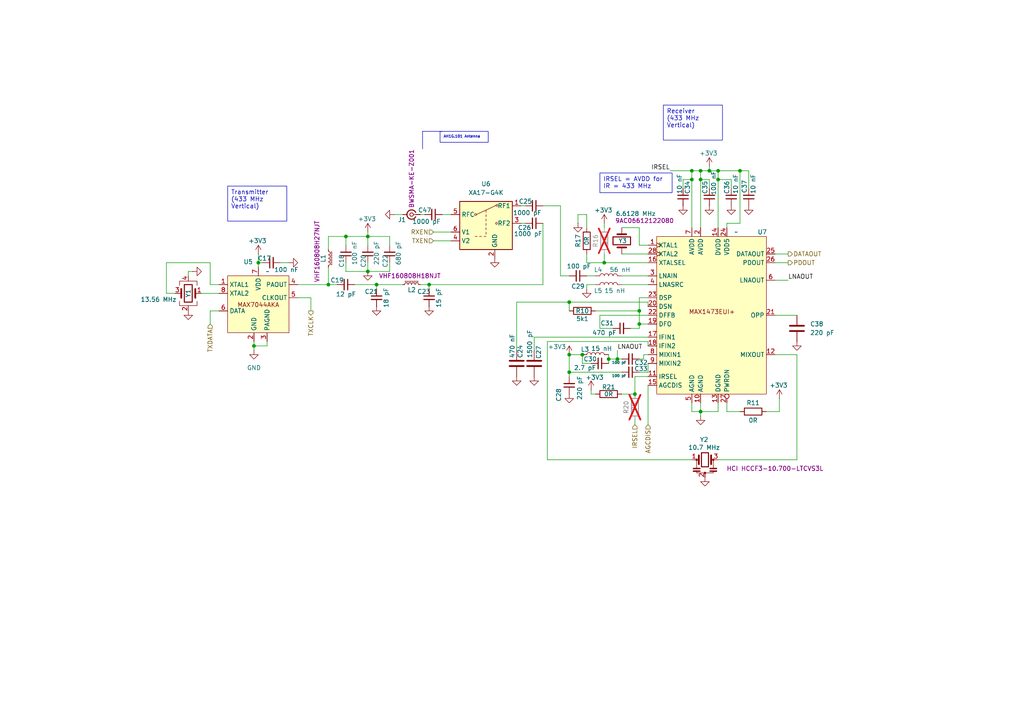
<source format=kicad_sch>
(kicad_sch (version 20250114) (generator "eeschema") (generator_version "9.0")
  (paper "A4")
  (lib_symbols
    (symbol "Connector:Conn_Coaxial_Small" (pin_numbers (hide yes)) (pin_names (offset 1.016) (hide yes))
      (property "Reference" "J" (at 0.254 3.048 0))
      (property "Value" "Conn_Coaxial_Small" (at 0 -3.81 0))
      (symbol "Conn_Coaxial_Small_0_1"
        (polyline (pts (xy -2.54 0) (xy -0.508 0)))
        (circle (center 0 0) (radius 0.508) (stroke (width 0.2032)))
      )
      (symbol "Conn_Coaxial_Small_1_1"
        (arc (start 1.3484 0.0039) (mid 0.327 -1.308) (end -1.1916 -0.6311) (stroke (width 0.3048)))
        (arc (start -1.1916 0.6311) (mid 0.327 1.3081) (end 1.3484 -0.0039) (stroke (width 0.3048)))
        (pin passive line (at -2.54 0 0) (length 1.27) (name "In") (number "1"))
        (pin passive line (at 2.54 0 180) (length 1.27) (name "Ext") (number "2"))
      )
    )
    (symbol "Device:C" (pin_numbers (hide yes)) (pin_names (offset 0.254))
      (property "Reference" "C" (at 0.635 2.54 0))
      (property "Value" "C" (at 0.635 -2.54 0))
      (symbol "C_0_1"
        (polyline (pts (xy -2.032 0.762) (xy 2.032 0.762)) (stroke (width 0.508)))
        (polyline (pts (xy -2.032 -0.762) (xy 2.032 -0.762)) (stroke (width 0.508)))
      )
      (symbol "C_1_1"
        (pin passive line (at 0 3.81 270) (length 2.794) (name "~") (number "1"))
        (pin passive line (at 0 -3.81 90) (length 2.794) (name "~") (number "2"))
      )
    )
    (symbol "Device:C_Small" (pin_numbers (hide yes)) (pin_names (offset 0.254) (hide yes))
      (property "Reference" "C" (at 0.254 1.778 0))
      (property "Value" "C_Small" (at 0.254 -2.032 0))
      (symbol "C_Small_0_1"
        (polyline (pts (xy -1.524 0.508) (xy 1.524 0.508)) (stroke (width 0.3048)))
        (polyline (pts (xy -1.524 -0.508) (xy 1.524 -0.508)) (stroke (width 0.3302)))
      )
      (symbol "C_Small_1_1"
        (pin passive line (at 0 2.54 270) (length 2.032) (name "~") (number "1"))
        (pin passive line (at 0 -2.54 90) (length 2.032) (name "~") (number "2"))
      )
    )
    (symbol "Device:Crystal" (pin_numbers (hide yes)) (pin_names (offset 1.016) (hide yes))
      (property "Reference" "Y" (at 0 3.81 0))
      (property "Value" "Crystal" (at 0 -3.81 0))
      (symbol "Crystal_0_1"
        (polyline (pts (xy -2.54 0) (xy -1.905 0)))
        (polyline (pts (xy -1.905 -1.27) (xy -1.905 1.27)) (stroke (width 0.508)))
        (rectangle (start -1.143 2.54) (end 1.143 -2.54) (stroke (width 0.3048)))
        (polyline (pts (xy 1.905 -1.27) (xy 1.905 1.27)) (stroke (width 0.508)))
        (polyline (pts (xy 2.54 0) (xy 1.905 0)))
      )
      (symbol "Crystal_1_1"
        (pin passive line (at -3.81 0 0) (length 1.27) (name "1") (number "1"))
        (pin passive line (at 3.81 0 180) (length 1.27) (name "2") (number "2"))
      )
    )
    (symbol "Device:Crystal_GND24" (pin_names (offset 1.016) (hide yes))
      (property "Reference" "Y" (at 3.175 5.08 0))
      (property "Value" "Crystal_GND24" (at 3.175 3.175 0))
      (symbol "Crystal_GND24_0_1"
        (polyline (pts (xy -2.54 2.286) (xy -2.54 3.556) (xy 2.54 3.556) (xy 2.54 2.286)))
        (polyline (pts (xy -2.54 0) (xy -2.032 0)))
        (polyline (pts (xy -2.54 -2.286) (xy -2.54 -3.556) (xy 2.54 -3.556) (xy 2.54 -2.286)))
        (polyline (pts (xy -2.032 -1.27) (xy -2.032 1.27)) (stroke (width 0.508)))
        (rectangle (start -1.143 2.54) (end 1.143 -2.54) (stroke (width 0.3048)))
        (polyline (pts (xy 0 3.556) (xy 0 3.81)))
        (polyline (pts (xy 0 -3.81) (xy 0 -3.556)))
        (polyline (pts (xy 2.032 0) (xy 2.54 0)))
        (polyline (pts (xy 2.032 -1.27) (xy 2.032 1.27)) (stroke (width 0.508)))
      )
      (symbol "Crystal_GND24_1_1"
        (pin passive line (at -3.81 0 0) (length 1.27) (name "1") (number "1"))
        (pin passive line (at 0 5.08 270) (length 1.27) (name "2") (number "2"))
        (pin passive line (at 0 -5.08 90) (length 1.27) (name "4") (number "4"))
        (pin passive line (at 3.81 0 180) (length 1.27) (name "3") (number "3"))
      )
    )
    (symbol "Device:L" (pin_numbers (hide yes)) (pin_names (offset 1.016) (hide yes))
      (property "Reference" "L" (at -1.27 0 90))
      (property "Value" "L" (at 1.905 0 90))
      (symbol "L_0_1"
        (arc (start 0 2.54) (mid 0.6323 1.905) (end 0 1.27))
        (arc (start 0 1.27) (mid 0.6323 0.635) (end 0 0))
        (arc (start 0 0) (mid 0.6323 -0.635) (end 0 -1.27))
        (arc (start 0 -1.27) (mid 0.6323 -1.905) (end 0 -2.54))
      )
      (symbol "L_1_1"
        (pin passive line (at 0 3.81 270) (length 1.27) (name "1") (number "1"))
        (pin passive line (at 0 -3.81 90) (length 1.27) (name "2") (number "2"))
      )
    )
    (symbol "Device:L_Ferrite_Small" (pin_numbers (hide yes)) (pin_names (offset 0.254) (hide yes))
      (property "Reference" "L" (at 1.27 1.016 0))
      (property "Value" "L_Ferrite_Small" (at 1.27 -1.27 0))
      (symbol "L_Ferrite_Small_0_1"
        (arc (start 0 2.032) (mid 0.5058 1.524) (end 0 1.016))
        (arc (start 0 1.016) (mid 0.5058 0.508) (end 0 0))
        (arc (start 0 0) (mid 0.5058 -0.508) (end 0 -1.016))
        (arc (start 0 -1.016) (mid 0.5058 -1.524) (end 0 -2.032))
        (polyline (pts (xy 0.762 1.651) (xy 0.762 1.905)))
        (polyline (pts (xy 0.762 1.143) (xy 0.762 1.397)))
        (polyline (pts (xy 0.762 0.635) (xy 0.762 0.889)))
        (polyline (pts (xy 0.762 0.127) (xy 0.762 0.381)))
        (polyline (pts (xy 0.762 -0.381) (xy 0.762 -0.127)))
        (polyline (pts (xy 0.762 -0.889) (xy 0.762 -0.635)))
        (polyline (pts (xy 0.762 -1.397) (xy 0.762 -1.143)))
        (polyline (pts (xy 0.762 -1.905) (xy 0.762 -1.651)))
        (polyline (pts (xy 1.016 1.905) (xy 1.016 1.651)))
        (polyline (pts (xy 1.016 1.397) (xy 1.016 1.143)))
        (polyline (pts (xy 1.016 0.889) (xy 1.016 0.635)))
        (polyline (pts (xy 1.016 0.381) (xy 1.016 0.127)))
        (polyline (pts (xy 1.016 -0.127) (xy 1.016 -0.381)))
        (polyline (pts (xy 1.016 -0.635) (xy 1.016 -0.889)))
        (polyline (pts (xy 1.016 -1.143) (xy 1.016 -1.397)))
        (polyline (pts (xy 1.016 -1.651) (xy 1.016 -1.905)))
      )
      (symbol "L_Ferrite_Small_1_1"
        (pin passive line (at 0 2.54 270) (length 0.508) (name "~") (number "1"))
        (pin passive line (at 0 -2.54 90) (length 0.508) (name "~") (number "2"))
      )
    )
    (symbol "Device:R" (pin_numbers (hide yes)) (pin_names (offset 0))
      (property "Reference" "R" (at 2.032 0 90))
      (property "Value" "R" (at 0 0 90))
      (symbol "R_0_1"
        (rectangle (start -1.016 -2.54) (end 1.016 2.54) (stroke (width 0.254)))
      )
      (symbol "R_1_1"
        (pin passive line (at 0 3.81 270) (length 1.27) (name "~") (number "1"))
        (pin passive line (at 0 -3.81 90) (length 1.27) (name "~") (number "2"))
      )
    )
    (symbol "Device:Resonator" (pin_names (offset 1.016) (hide yes))
      (property "Reference" "Y" (at 0 5.715 0))
      (property "Value" "Resonator" (at 0 3.81 0))
      (symbol "Resonator_0_1"
        (rectangle (start -3.429 -2.413) (end -1.397 -2.667) (fill (type outline)))
        (rectangle (start -3.429 -3.175) (end -1.397 -3.429) (fill (type outline)))
        (circle (center -2.413 0) (radius 0.254) (fill (type outline)))
        (polyline (pts (xy -2.413 -2.413) (xy -2.413 0)))
        (polyline (pts (xy -1.905 0) (xy -3.175 0)))
        (polyline (pts (xy -1.778 -1.27) (xy -1.778 1.27)) (stroke (width 0.508)))
        (rectangle (start -1.016 2.032) (end 1.016 -2.032) (stroke (width 0.3048)))
        (circle (center 0 -3.81) (radius 0.254) (fill (type outline)))
        (rectangle (start 1.397 -2.413) (end 3.429 -2.667) (fill (type outline)))
        (rectangle (start 1.397 -3.175) (end 3.429 -3.429) (fill (type outline)))
        (polyline (pts (xy 1.778 -1.27) (xy 1.778 1.27)) (stroke (width 0.508)))
        (polyline (pts (xy 1.905 0) (xy 2.54 0)))
        (polyline (pts (xy 2.413 0) (xy 2.413 -2.54)))
        (circle (center 2.413 0) (radius 0.254) (fill (type outline)))
        (polyline (pts (xy 2.413 -3.302) (xy 2.413 -3.81) (xy -2.413 -3.81) (xy -2.413 -3.302)))
      )
      (symbol "Resonator_1_1"
        (pin passive line (at -3.81 0 0) (length 1.27) (name "1") (number "1"))
        (pin passive line (at 0 -5.08 90) (length 1.27) (name "2") (number "2"))
        (pin passive line (at 3.81 0 180) (length 1.27) (name "3") (number "3"))
      )
    )
    (symbol "RF_Switch:MASW-007221"
      (property "Reference" "U" (at -7.62 7.62 0))
      (property "Value" "MASW-007221" (at 3.81 7.62 0))
      (symbol "MASW-007221_0_1"
        (polyline (pts (xy -3.175 -3.81) (xy -2.54 -3.81)))
        (circle (center -3.048 2.54) (radius 0.2794))
        (polyline (pts (xy -2.794 2.54) (xy 2.921 5.207)))
        (polyline (pts (xy -1.905 -3.81) (xy -1.27 -3.81)))
        (polyline (pts (xy -0.635 -3.81) (xy 0 -3.81)))
        (polyline (pts (xy 0 3.175) (xy 0 3.81)))
        (polyline (pts (xy 0 1.905) (xy 0 2.54)))
        (polyline (pts (xy 0 0.635) (xy 0 1.27)))
        (polyline (pts (xy 0 -0.635) (xy 0 0)))
        (polyline (pts (xy 0 -1.905) (xy 0 -1.27)))
        (polyline (pts (xy 0 -3.175) (xy 0 -2.54)))
        (circle (center 3.048 0) (radius 0.2794))
        (circle (center 3.175 5.207) (radius 0.2794))
        (rectangle (start 7.62 -7.62) (end -7.62 6.35) (stroke (width 0.254)) (fill (type background)))
      )
      (symbol "MASW-007221_1_1"
        (pin passive line (at -10.16 2.54 0) (length 2.54) (name "RFC") (number "5"))
        (pin input line (at -10.16 -2.54 0) (length 2.54) (name "V1") (number "6"))
        (pin input line (at -10.16 -5.08 0) (length 2.54) (name "V2") (number "4"))
        (pin power_in line (at 2.54 -10.16 90) (length 2.54) (name "GND") (number "2"))
        (pin passive line (at 10.16 5.08 180) (length 2.54) (name "RF1") (number "1"))
        (pin passive line (at 10.16 0 180) (length 2.54) (name "RF2") (number "3"))
      )
    )
    (symbol "power:+3V3" (power) (pin_numbers (hide yes)) (pin_names (offset 0) (hide yes))
      (property "Value" "+3V3" (at 0 3.556 0))
      (symbol "+3V3_0_1"
        (polyline (pts (xy -0.762 1.27) (xy 0 2.54)))
        (polyline (pts (xy 0 2.54) (xy 0.762 1.27)))
        (polyline (pts (xy 0 0) (xy 0 2.54)))
      )
      (symbol "+3V3_1_1"
        (pin power_in line (at 0 0 90) (length 0) (name "~") (number "1"))
      )
    )
    (symbol "power:GND" (power) (pin_numbers (hide yes)) (pin_names (offset 0) (hide yes))
      (property "Value" "GND" (at 0 -3.81 0))
      (symbol "GND_0_1"
        (polyline (pts (xy 0 0) (xy 0 -1.27) (xy 1.27 -1.27) (xy 0 -2.54) (xy -1.27 -1.27) (xy 0 -1.27)))
      )
      (symbol "GND_1_1"
        (pin power_in line (at 0 0 270) (length 0) (name "~") (number "1"))
      )
    )
    (symbol "steew:MAX1473EUI+"
      (property "Reference" "U" (at 0 0 0))
      (symbol "MAX1473EUI+_1_1"
        (rectangle (start -2.54 -1.27) (end 29.21 -46.99) (fill (type background)))
        (text "MAX1473EUI+" (at 13.462 -23.114 0) (effects (font (size 1.27 1.27))))
        (pin input clock (at -5.08 -3.81 0) (length 2.54) (name "XTAL1") (number "1"))
        (pin input clock (at -5.08 -6.35 0) (length 2.54) (name "XTAL2") (number "28"))
        (pin input line (at -5.08 -8.89 0) (length 2.54) (name "XTALSEL") (number "16"))
        (pin input line (at -5.08 -12.7 0) (length 2.54) (name "LNAIN") (number "3"))
        (pin input line (at -5.08 -15.24 0) (length 2.54) (name "LNASRC") (number "4"))
        (pin input line (at -5.08 -19.05 0) (length 2.54) (name "DSP") (number "23"))
        (pin input line (at -5.08 -21.59 0) (length 2.54) (name "DSN") (number "20"))
        (pin input line (at -5.08 -24.13 0) (length 2.54) (name "DFFB") (number "22"))
        (pin output line (at -5.08 -26.67 0) (length 2.54) (name "DFO") (number "19"))
        (pin input line (at -5.08 -30.48 0) (length 2.54) (name "IFIN1") (number "17"))
        (pin input line (at -5.08 -33.02 0) (length 2.54) (name "IFIN2") (number "18"))
        (pin input line (at -5.08 -35.56 0) (length 2.54) (name "MIXIN1") (number "8"))
        (pin input line (at -5.08 -38.1 0) (length 2.54) (name "MIXIN2") (number "9"))
        (pin input line (at -5.08 -41.91 0) (length 2.54) (name "IRSEL") (number "11"))
        (pin input line (at -5.08 -44.45 0) (length 2.54) (name "AGCDIS") (number "15"))
        (pin power_in line (at 7.62 1.27 270) (length 2.54) (name "AVDD") (number "7"))
        (pin power_in line (at 7.62 -49.53 90) (length 2.54) (name "AGND") (number "5"))
        (pin power_in line (at 10.16 1.27 270) (length 2.54) (name "AVDD") (number "2"))
        (pin power_in line (at 10.16 -49.53 90) (length 2.54) (name "AGND") (number "10"))
        (pin power_in line (at 15.24 1.27 270) (length 2.54) (name "DVDD") (number "14"))
        (pin power_in line (at 15.24 -49.53 90) (length 2.54) (name "DGND") (number "13"))
        (pin power_in line (at 17.78 1.27 270) (length 2.54) (name "VDD5") (number "24"))
        (pin input inverted (at 17.78 -49.53 90) (length 2.54) (name "PWRDN") (number "27"))
        (pin output line (at 31.75 -6.35 180) (length 2.54) (name "DATAOUT") (number "25"))
        (pin output line (at 31.75 -8.89 180) (length 2.54) (name "PDOUT") (number "26"))
        (pin output line (at 31.75 -13.97 180) (length 2.54) (name "LNAOUT") (number "6"))
        (pin input line (at 31.75 -24.13 180) (length 2.54) (name "OPP") (number "21"))
        (pin output line (at 31.75 -35.56 180) (length 2.54) (name "MIXOUT") (number "12"))
      )
    )
    (symbol "steew:MAX7044AKA"
      (property "Reference" "U" (at -2.794 1.016 0))
      (symbol "MAX7044AKA_1_1"
        (rectangle (start -3.81 0) (end 13.97 -16.51) (fill (type background)))
        (text "MAX7044AKA" (at 5.08 -8.382 0) (effects (font (size 1.27 1.27))))
        (pin input line (at -6.35 -2.54 0) (length 2.54) (name "XTAL1") (number "1"))
        (pin input line (at -6.35 -5.08 0) (length 2.54) (name "XTAL2") (number "8"))
        (pin input line (at -6.35 -10.16 0) (length 2.54) (name "DATA") (number "6"))
        (pin power_in line (at 3.81 -19.05 90) (length 2.54) (name "GND") (number "2"))
        (pin power_in line (at 5.08 2.54 270) (length 2.54) (name "VDD") (number "7"))
        (pin power_in line (at 7.62 -19.05 90) (length 2.54) (name "PAGND") (number "3"))
        (pin output line (at 16.51 -2.54 180) (length 2.54) (name "PAOUT") (number "4"))
        (pin output line (at 16.51 -6.35 180) (length 2.54) (name "CLKOUT") (number "5"))
      )
    )
  )
  (text_box "Receiver\n(433 MHz Vertical)" (at 192.405 30.48 0) (size 17.145 10.16) (margins 0.9525 0.9525 0.9525 0.9525) (effects (font (size 1.27 1.27)) (justify left top)))
  (text_box "AH1G.101 Antenna" (at 127.635 38.1 0) (size 13.97 3.175) (margins 0.9525 0.9525 0.9525 0.9525) (effects (font (size 0.762 0.762)) (justify left top)))
  (text_box "Transmitter \n(433 MHz Vertical)" (at 66.04 53.975 0) (size 17.145 10.16) (margins 0.9525 0.9525 0.9525 0.9525) (effects (font (size 1.27 1.27)) (justify left top)))
  (text_box "IRSEL = AVDD for IR = 433 MHz" (at 173.99 50.165 0) (size 20.955 5.715) (margins 0.9525 0.9525 0.9525 0.9525) (effects (font (size 1.27 1.27)) (justify left top)))
  (junction (at 184.15 114.3))
  (junction (at 95.25 82.55))
  (junction (at 179.07 104.14))
  (junction (at 214.63 49.53))
  (junction (at 200.66 52.07))
  (junction (at 208.28 49.53))
  (junction (at 124.46 82.55))
  (junction (at 165.1 87.63))
  (junction (at 74.93 76.2))
  (junction (at 200.66 49.53))
  (junction (at 175.26 76.2))
  (junction (at 73.66 100.33))
  (junction (at 165.1 102.87))
  (junction (at 106.68 78.74))
  (junction (at 176.53 104.14))
  (junction (at 168.91 102.87))
  (junction (at 185.42 93.98))
  (junction (at 208.28 52.07))
  (junction (at 106.68 68.58))
  (junction (at 100.33 68.58))
  (junction (at 203.2 49.53))
  (junction (at 185.42 90.17))
  (junction (at 203.2 119.38))
  (junction (at 205.74 49.53))
  (junction (at 165.1 107.95))
  (junction (at 203.2 52.07))
  (junction (at 109.22 82.55))
  (wire (pts (xy 187.96 109.22) (xy 184.15 109.22)))
  (wire (pts (xy 106.68 78.74) (xy 113.03 78.74)))
  (wire (pts (xy 100.33 68.58) (xy 100.33 71.12)))
  (wire (pts (xy 60.96 82.55) (xy 63.5 82.55)))
  (wire (pts (xy 121.92 62.23) (xy 123.19 62.23)))
  (wire (pts (xy 176.53 105.41) (xy 176.53 104.14)))
  (wire (pts (xy 106.68 68.58) (xy 106.68 71.12)))
  (wire (pts (xy 187.96 111.76) (xy 187.96 123.19)))
  (wire (pts (xy 208.28 49.53) (xy 214.63 49.53)))
  (wire (pts (xy 158.75 133.35) (xy 200.66 133.35)))
  (wire (pts (xy 180.34 80.01) (xy 187.96 80.01)))
  (wire (pts (xy 113.03 78.74) (xy 113.03 76.2)))
  (polyline (pts (xy 122.555 38.1) (xy 128.27 38.1)))
  (wire (pts (xy 185.42 104.14) (xy 186.69 104.14)))
  (wire (pts (xy 81.28 76.2) (xy 83.82 76.2)))
  (wire (pts (xy 203.2 119.38) (xy 203.2 120.65)))
  (wire (pts (xy 224.79 73.66) (xy 228.6 73.66)))
  (wire (pts (xy 86.36 86.36) (xy 90.17 86.36)))
  (wire (pts (xy 171.45 113.03) (xy 171.45 114.3)))
  (wire (pts (xy 168.91 102.87) (xy 168.91 105.41)))
  (wire (pts (xy 165.1 80.01) (xy 162.56 80.01)))
  (wire (pts (xy 217.17 49.53) (xy 217.17 54.61)))
  (wire (pts (xy 180.34 107.95) (xy 165.1 107.95)))
  (wire (pts (xy 74.93 76.2) (xy 74.93 77.47)))
  (wire (pts (xy 58.42 85.09) (xy 63.5 85.09)))
  (wire (pts (xy 173.99 91.44) (xy 173.99 95.25)))
  (wire (pts (xy 170.18 80.01) (xy 172.72 80.01)))
  (wire (pts (xy 187.96 87.63) (xy 187.96 88.9)))
  (wire (pts (xy 100.33 76.2) (xy 100.33 78.74)))
  (wire (pts (xy 74.93 76.2) (xy 76.2 76.2)))
  (wire (pts (xy 185.42 95.25) (xy 185.42 93.98)))
  (wire (pts (xy 109.22 83.82) (xy 109.22 82.55)))
  (wire (pts (xy 184.15 109.22) (xy 184.15 114.3)))
  (wire (pts (xy 187.96 99.06) (xy 158.75 99.06)))
  (wire (pts (xy 125.73 69.85) (xy 130.81 69.85)))
  (wire (pts (xy 205.74 48.26) (xy 205.74 49.53)))
  (wire (pts (xy 226.06 119.38) (xy 222.25 119.38)))
  (wire (pts (xy 185.42 86.36) (xy 185.42 90.17)))
  (wire (pts (xy 125.73 67.31) (xy 130.81 67.31)))
  (wire (pts (xy 200.66 52.07) (xy 200.66 66.04)))
  (wire (pts (xy 95.25 72.39) (xy 95.25 68.58)))
  (wire (pts (xy 182.88 95.25) (xy 185.42 95.25)))
  (wire (pts (xy 95.25 68.58) (xy 100.33 68.58)))
  (wire (pts (xy 200.66 49.53) (xy 194.31 49.53)))
  (wire (pts (xy 179.07 104.14) (xy 176.53 104.14)))
  (wire (pts (xy 187.96 91.44) (xy 173.99 91.44)))
  (wire (pts (xy 86.36 82.55) (xy 95.25 82.55)))
  (wire (pts (xy 205.74 49.53) (xy 203.2 49.53)))
  (wire (pts (xy 165.1 107.95) (xy 165.1 102.87)))
  (wire (pts (xy 175.26 73.66) (xy 175.26 76.2)))
  (wire (pts (xy 102.87 82.55) (xy 109.22 82.55)))
  (wire (pts (xy 116.84 62.23) (xy 114.3 62.23)))
  (wire (pts (xy 224.79 91.44) (xy 231.14 91.44)))
  (wire (pts (xy 185.42 86.36) (xy 187.96 86.36)))
  (wire (pts (xy 203.2 119.38) (xy 208.28 119.38)))
  (wire (pts (xy 124.46 83.82) (xy 124.46 82.55)))
  (wire (pts (xy 171.45 114.3) (xy 172.72 114.3)))
  (wire (pts (xy 203.2 52.07) (xy 203.2 66.04)))
  (wire (pts (xy 90.17 86.36) (xy 90.17 90.17)))
  (wire (pts (xy 173.99 95.25) (xy 177.8 95.25)))
  (wire (pts (xy 180.34 114.3) (xy 184.15 114.3)))
  (wire (pts (xy 185.42 90.17) (xy 185.42 93.98)))
  (wire (pts (xy 172.72 82.55) (xy 170.18 82.55)))
  (wire (pts (xy 203.2 116.84) (xy 203.2 119.38)))
  (wire (pts (xy 170.18 73.66) (xy 170.18 76.2)))
  (wire (pts (xy 179.07 101.6) (xy 179.07 104.14)))
  (wire (pts (xy 200.66 116.84) (xy 200.66 119.38)))
  (wire (pts (xy 165.1 87.63) (xy 165.1 90.17)))
  (wire (pts (xy 205.74 52.07) (xy 203.2 52.07)))
  (wire (pts (xy 73.66 100.33) (xy 73.66 101.6)))
  (wire (pts (xy 106.68 68.58) (xy 113.03 68.58)))
  (wire (pts (xy 214.63 49.53) (xy 214.63 64.77)))
  (wire (pts (xy 106.68 76.2) (xy 106.68 78.74)))
  (wire (pts (xy 176.53 104.14) (xy 176.53 102.87)))
  (wire (pts (xy 187.96 99.06) (xy 187.96 100.33)))
  (wire (pts (xy 167.64 62.23) (xy 170.18 62.23)))
  (wire (pts (xy 231.14 102.87) (xy 224.79 102.87)))
  (wire (pts (xy 167.64 64.77) (xy 167.64 62.23)))
  (wire (pts (xy 60.96 76.2) (xy 48.26 76.2)))
  (wire (pts (xy 217.17 49.53) (xy 214.63 49.53)))
  (wire (pts (xy 208.28 49.53) (xy 208.28 52.07)))
  (wire (pts (xy 60.96 76.2) (xy 60.96 82.55)))
  (wire (pts (xy 165.1 87.63) (xy 187.96 87.63)))
  (wire (pts (xy 170.18 76.2) (xy 175.26 76.2)))
  (wire (pts (xy 205.74 49.53) (xy 208.28 49.53)))
  (wire (pts (xy 224.79 76.2) (xy 228.6 76.2)))
  (wire (pts (xy 210.82 116.84) (xy 210.82 119.38)))
  (wire (pts (xy 231.14 133.35) (xy 231.14 102.87)))
  (wire (pts (xy 180.34 73.66) (xy 187.96 73.66)))
  (wire (pts (xy 165.1 102.87) (xy 168.91 102.87)))
  (wire (pts (xy 214.63 64.77) (xy 210.82 64.77)))
  (wire (pts (xy 185.42 90.17) (xy 172.72 90.17)))
  (wire (pts (xy 109.22 82.55) (xy 116.84 82.55)))
  (wire (pts (xy 124.46 82.55) (xy 157.48 82.55)))
  (wire (pts (xy 180.34 66.04) (xy 185.42 66.04)))
  (wire (pts (xy 63.5 90.17) (xy 60.96 90.17)))
  (wire (pts (xy 77.47 99.06) (xy 77.47 100.33)))
  (wire (pts (xy 187.96 76.2) (xy 175.26 76.2)))
  (wire (pts (xy 175.26 66.04) (xy 175.26 64.77)))
  (wire (pts (xy 149.86 87.63) (xy 165.1 87.63)))
  (wire (pts (xy 208.28 116.84) (xy 208.28 119.38)))
  (wire (pts (xy 95.25 82.55) (xy 97.79 82.55)))
  (wire (pts (xy 187.96 105.41) (xy 187.96 107.95)))
  (wire (pts (xy 151.13 64.77) (xy 152.4 64.77)))
  (wire (pts (xy 198.12 52.07) (xy 200.66 52.07)))
  (wire (pts (xy 162.56 80.01) (xy 162.56 59.69)))
  (wire (pts (xy 212.09 54.61) (xy 212.09 52.07)))
  (wire (pts (xy 149.86 87.63) (xy 149.86 101.6)))
  (wire (pts (xy 187.96 107.95) (xy 185.42 107.95)))
  (wire (pts (xy 100.33 78.74) (xy 106.68 78.74)))
  (wire (pts (xy 185.42 66.04) (xy 185.42 71.12)))
  (wire (pts (xy 170.18 82.55) (xy 170.18 83.82)))
  (wire (pts (xy 200.66 119.38) (xy 203.2 119.38)))
  (wire (pts (xy 180.34 104.14) (xy 179.07 104.14)))
  (wire (pts (xy 106.68 67.31) (xy 106.68 68.58)))
  (wire (pts (xy 54.61 78.74) (xy 54.61 80.01)))
  (wire (pts (xy 48.26 76.2) (xy 48.26 85.09)))
  (wire (pts (xy 60.96 90.17) (xy 60.96 93.98)))
  (wire (pts (xy 203.2 49.53) (xy 200.66 49.53)))
  (wire (pts (xy 113.03 71.12) (xy 113.03 68.58)))
  (wire (pts (xy 74.93 73.66) (xy 74.93 76.2)))
  (wire (pts (xy 198.12 54.61) (xy 198.12 52.07)))
  (wire (pts (xy 73.66 99.06) (xy 73.66 100.33)))
  (wire (pts (xy 226.06 115.57) (xy 226.06 119.38)))
  (wire (pts (xy 54.61 78.74) (xy 55.88 78.74)))
  (wire (pts (xy 208.28 133.35) (xy 231.14 133.35)))
  (wire (pts (xy 200.66 49.53) (xy 200.66 52.07)))
  (wire (pts (xy 185.42 71.12) (xy 187.96 71.12)))
  (wire (pts (xy 100.33 68.58) (xy 106.68 68.58)))
  (wire (pts (xy 128.27 62.23) (xy 130.81 62.23)))
  (wire (pts (xy 77.47 100.33) (xy 73.66 100.33)))
  (polyline (pts (xy 122.555 43.18) (xy 122.555 38.1)))
  (wire (pts (xy 185.42 93.98) (xy 187.96 93.98)))
  (wire (pts (xy 186.69 104.14) (xy 186.69 102.87)))
  (wire (pts (xy 205.74 54.61) (xy 205.74 52.07)))
  (wire (pts (xy 187.96 97.79) (xy 154.94 97.79)))
  (wire (pts (xy 151.13 59.69) (xy 152.4 59.69)))
  (wire (pts (xy 124.46 82.55) (xy 121.92 82.55)))
  (wire (pts (xy 158.75 99.06) (xy 158.75 133.35)))
  (wire (pts (xy 165.1 107.95) (xy 165.1 109.22)))
  (wire (pts (xy 210.82 119.38) (xy 214.63 119.38)))
  (wire (pts (xy 203.2 49.53) (xy 203.2 52.07)))
  (wire (pts (xy 157.48 82.55) (xy 157.48 64.77)))
  (wire (pts (xy 208.28 52.07) (xy 208.28 66.04)))
  (wire (pts (xy 180.34 82.55) (xy 187.96 82.55)))
  (wire (pts (xy 168.91 105.41) (xy 171.45 105.41)))
  (wire (pts (xy 95.25 77.47) (xy 95.25 82.55)))
  (wire (pts (xy 170.18 62.23) (xy 170.18 66.04)))
  (wire (pts (xy 212.09 52.07) (xy 208.28 52.07)))
  (wire (pts (xy 154.94 97.79) (xy 154.94 101.6)))
  (wire (pts (xy 184.15 123.19) (xy 184.15 121.92)))
  (wire (pts (xy 186.69 102.87) (xy 187.96 102.87)))
  (wire (pts (xy 224.79 81.28) (xy 228.6 81.28)))
  (wire (pts (xy 210.82 64.77) (xy 210.82 66.04)))
  (wire (pts (xy 48.26 85.09) (xy 50.8 85.09)))
  (wire (pts (xy 162.56 59.69) (xy 157.48 59.69)))
  (label "LNAOUT" (at 228.6 81.28 0))
  (label "IRSEL" (at 194.31 49.53 180))
  (label "LNAOUT" (at 179.07 101.6 0))
  (hierarchical_label "PDOUT" (shape output) (at 228.6 76.2 0))
  (hierarchical_label "TXCLK" (shape output) (at 90.17 90.17 270))
  (hierarchical_label "AGCDIS" (shape input) (at 187.96 123.19 270))
  (hierarchical_label "IRSEL" (shape input) (at 184.15 123.19 270))
  (hierarchical_label "RXEN" (shape input) (at 125.73 67.31 180))
  (hierarchical_label "TXDATA" (shape input) (at 60.96 93.98 270))
  (hierarchical_label "TXEN" (shape input) (at 125.73 69.85 180))
  (hierarchical_label "DATAOUT" (shape output) (at 228.6 73.66 0))
  (symbol (lib_id "power:+3V3") (at 165.1 102.87 0) (unit 1)
    (property "Reference" "#PWR050" (effects (hide yes)))
    (property "Value" "+3V3" (at 161.544 100.584 0))
    (property "Description" "Power symbol creates a global label with name \"+3V3\"" (effects (hide yes)))
  )
  (symbol (lib_id "Device:C_Small") (at 167.64 80.01 270) (unit 1)
    (property "Reference" "C29" (at 167.64 83.058 90))
    (property "Value" "100 pF" (at 167.894 77.216 90))
    (property "Footprint" "Capacitor_SMD:C_0805_2012Metric_Pad1.18x1.45mm_HandSolder" (effects (hide yes)))
    (property "Description" "Unpolarized capacitor, small symbol" (effects (hide yes)))
  )
  (symbol (lib_id "Device:C") (at 231.14 95.25 0) (unit 1)
    (property "Reference" "C38" (at 234.95 93.9799 0) (effects (justify left)))
    (property "Value" "220 pF" (at 234.95 96.5199 0) (effects (justify left)))
    (property "Footprint" "Capacitor_SMD:C_0805_2012Metric_Pad1.18x1.45mm_HandSolder" (effects (hide yes)))
    (property "Description" "Unpolarized capacitor" (effects (hide yes)))
  )
  (symbol (lib_id "Device:C_Small") (at 106.68 73.66 180) (unit 1)
    (property "Reference" "C20" (at 105.41 75.692 90))
    (property "Value" "220 pF" (at 109.22 73.406 90))
    (property "Footprint" "Capacitor_SMD:C_0805_2012Metric_Pad1.18x1.45mm_HandSolder" (effects (hide yes)))
    (property "Description" "Unpolarized capacitor, small symbol" (effects (hide yes)))
  )
  (symbol (lib_id "Device:R") (at 218.44 119.38 90) (unit 1)
    (property "Reference" "R11" (at 218.44 116.84 90))
    (property "Value" "0R" (at 218.44 121.92 90))
    (property "Footprint" "Resistor_SMD:R_0603_1608Metric_Pad0.98x0.95mm_HandSolder" (effects (hide yes)))
    (property "Description" "Resistor" (effects (hide yes)))
  )
  (symbol (lib_id "Device:C_Small") (at 165.1 111.76 180) (unit 1)
    (property "Reference" "C28" (at 162.052 114.554 90))
    (property "Value" "220 pF" (at 168.148 112.522 90))
    (property "Footprint" "Capacitor_SMD:C_0805_2012Metric_Pad1.18x1.45mm_HandSolder" (effects (hide yes)))
    (property "Description" "Unpolarized capacitor, small symbol" (effects (hide yes)))
  )
  (symbol (lib_id "Device:R") (at 170.18 69.85 180) (unit 1)
    (property "Reference" "R17" (at 167.64 69.85 90))
    (property "Value" "0R" (at 170.18 69.85 90))
    (property "Footprint" "Resistor_SMD:R_0603_1608Metric_Pad0.98x0.95mm_HandSolder" (effects (hide yes)))
    (property "Description" "Resistor" (effects (hide yes)))
  )
  (symbol (lib_id "power:+3V3") (at 171.45 113.03 0) (unit 1)
    (property "Reference" "#PWR080" (effects (hide yes)))
    (property "Value" "+3V3" (at 172.466 109.474 0))
    (property "Description" "Power symbol creates a global label with name \"+3V3\"" (effects (hide yes)))
  )
  (symbol (lib_id "power:+3V3") (at 205.74 48.26 0) (unit 1)
    (property "Reference" "#PWR056" (effects (hide yes)))
    (property "Value" "+3V3" (at 205.486 44.45 0))
    (property "Description" "Power symbol creates a global label with name \"+3V3\"" (effects (hide yes)))
  )
  (symbol (lib_id "Device:C_Small") (at 78.74 76.2 90) (unit 1)
    (property "Reference" "C17" (at 76.708 74.93 90))
    (property "Value" "100 nF" (at 83.058 78.232 90))
    (property "Footprint" "Capacitor_SMD:C_0805_2012Metric_Pad1.18x1.45mm_HandSolder" (effects (hide yes)))
    (property "Description" "Unpolarized capacitor, small symbol" (effects (hide yes)))
  )
  (symbol (lib_id "Device:C_Small") (at 154.94 64.77 270) (unit 1)
    (property "Reference" "C26" (at 152.146 66.04 90))
    (property "Value" "1000 pF" (at 153.162 67.818 90))
    (property "Footprint" "Capacitor_SMD:C_0805_2012Metric_Pad1.18x1.45mm_HandSolder" (effects (hide yes)))
    (property "Description" "Unpolarized capacitor, small symbol" (effects (hide yes)))
  )
  (symbol (lib_id "power:GND") (at 165.1 114.3 0) (unit 1)
    (property "Reference" "#PWR051" (effects (hide yes)))
    (property "Value" "GND" (effects (hide yes)))
    (property "Description" "Power symbol creates a global label with name \"GND\" , ground" (effects (hide yes)))
  )
  (symbol (lib_id "power:GND") (at 217.17 59.69 0) (unit 1)
    (property "Reference" "#PWR059" (effects (hide yes)))
    (property "Value" "GND" (effects (hide yes)))
    (property "Description" "Power symbol creates a global label with name \"GND\" , ground" (effects (hide yes)))
  )
  (symbol (lib_id "power:GND") (at 54.61 90.17 0) (unit 1)
    (property "Reference" "#PWR037" (effects (hide yes)))
    (property "Value" "GND" (effects (hide yes)))
    (property "Description" "Power symbol creates a global label with name \"GND\" , ground" (effects (hide yes)))
  )
  (symbol (lib_id "power:GND") (at 231.14 99.06 0) (unit 1)
    (property "Reference" "#PWR061" (effects (hide yes)))
    (property "Value" "GND" (effects (hide yes)))
    (property "Description" "Power symbol creates a global label with name \"GND\" , ground" (effects (hide yes)))
  )
  (symbol (lib_id "Device:Crystal_GND24") (at 54.61 85.09 180) (unit 1)
    (property "Reference" "Y1" (at 54.61 85.09 90))
    (property "Value" "13.56 MHz" (at 45.974 86.868 0))
    (property "Footprint" "Crystal:Crystal_SMD_2016-4Pin_2.0x1.6mm" (effects (hide yes)))
    (property "Description" "Four pin crystal, GND on pins 2 and 4" (effects (hide yes)))
    (property "PN" "7U13560E06UCG" (effects (hide yes)))
  )
  (symbol (lib_id "power:+3V3") (at 74.93 73.66 0) (unit 1)
    (property "Reference" "#PWR040" (effects (hide yes)))
    (property "Value" "+3V3" (at 74.676 69.85 0))
    (property "Description" "Power symbol creates a global label with name \"+3V3\"" (effects (hide yes)))
  )
  (symbol (lib_id "Device:C_Small") (at 198.12 57.15 180) (unit 1)
    (property "Reference" "C34" (at 199.39 54.356 90))
    (property "Value" "10 nF" (at 197.104 53.34 90))
    (property "Footprint" "Capacitor_SMD:C_0805_2012Metric_Pad1.18x1.45mm_HandSolder" (effects (hide yes)))
    (property "Description" "Unpolarized capacitor, small symbol" (effects (hide yes)))
  )
  (symbol (lib_id "power:GND") (at 203.2 120.65 0) (unit 1)
    (property "Reference" "#PWR054" (effects (hide yes)))
    (property "Value" "GND" (effects (hide yes)))
    (property "Description" "Power symbol creates a global label with name \"GND\" , ground" (effects (hide yes)))
  )
  (symbol (lib_id "power:+3V3") (at 175.26 64.77 0) (unit 1)
    (property "Reference" "#PWR076" (effects (hide yes)))
    (property "Value" "+3V3" (at 175.006 60.96 0))
    (property "Description" "Power symbol creates a global label with name \"+3V3\"" (effects (hide yes)))
  )
  (symbol (lib_id "steew:MAX7044AKA") (at 69.85 80.01 0) (unit 1)
    (property "Reference" "U5" (at 70.612 75.946 0) (effects (justify left)))
    (property "Value" "~" (at 77.0733 78.74 0) (effects (justify left)))
    (property "Footprint" "steew:MAX7044AKA" (effects (hide yes)))
  )
  (symbol (lib_id "power:GND") (at 198.12 59.69 0) (unit 1)
    (property "Reference" "#PWR053" (effects (hide yes)))
    (property "Value" "GND" (effects (hide yes)))
    (property "Description" "Power symbol creates a global label with name \"GND\" , ground" (effects (hide yes)))
  )
  (symbol (lib_id "steew:MAX1473EUI+") (at 193.04 67.31 0) (unit 1)
    (property "Reference" "U7" (at 219.71 67.31 0) (effects (justify left)))
    (property "Value" "~" (at 212.9633 67.31 0) (effects (justify left)))
    (property "Footprint" "steew:MAX1473EUI+" (effects (hide yes)))
  )
  (symbol (lib_id "Device:L_Ferrite_Small") (at 119.38 82.55 90) (unit 1)
    (property "Reference" "L2" (at 120.65 84.074 90) (effects (justify left)))
    (property "Value" "VHF160808H18NJT" (effects (hide yes)))
    (property "Footprint" "Inductor_SMD:L_0603_1608Metric_Pad1.05x0.95mm_HandSolder" (effects (hide yes)))
    (property "Description" "Inductor with ferrite core, small symbol" (effects (hide yes)))
    (property "PN" "VHF160808H18NJT" (at 118.872 80.01 90))
  )
  (symbol (lib_id "Device:L") (at 176.53 82.55 90) (unit 1)
    (property "Reference" "L5" (at 173.482 84.328 90))
    (property "Value" "15 nH" (at 178.308 84.328 90))
    (property "Footprint" "Inductor_SMD:L_0603_1608Metric_Pad1.05x0.95mm_HandSolder" (effects (hide yes)))
    (property "Description" "Inductor" (effects (hide yes)))
    (property "PN" "VHF160808H15NJT" (effects (hide yes)))
  )
  (symbol (lib_id "RF_Switch:MASW-007221") (at 140.97 64.77 0) (unit 1)
    (property "Reference" "U6" (at 140.97 53.34 0))
    (property "Value" "XA17-G4K" (at 140.97 55.88 0))
    (property "Footprint" "Package_TO_SOT_SMD:SOT-363_SC-70-6" (effects (hide yes)))
    (property "Datasheet" "http://cdn.macom.com/datasheets/masw-007221.pdf" (effects (hide yes)))
    (property "Description" "Macom GaAs RF SPDT switch, DC-3GHz, 0.56/12dB loss/isolation, SOT-363" (effects (hide yes)))
  )
  (symbol (lib_id "Device:L") (at 176.53 80.01 90) (unit 1)
    (property "Reference" "L4" (at 173.482 78.232 90))
    (property "Value" "56 nH" (at 179.832 78.232 90))
    (property "Footprint" "Inductor_SMD:L_0603_1608Metric_Pad1.05x0.95mm_HandSolder" (effects (hide yes)))
    (property "Description" "Inductor" (effects (hide yes)))
    (property "PN" "MQG06HF56NHT7" (effects (hide yes)))
  )
  (symbol (lib_id "Device:C_Small") (at 125.73 62.23 270) (unit 1)
    (property "Reference" "C47" (at 123.19 60.96 90))
    (property "Value" "1000 pF" (at 123.698 64.262 90))
    (property "Footprint" "Capacitor_SMD:C_0805_2012Metric_Pad1.18x1.45mm_HandSolder" (effects (hide yes)))
    (property "Description" "Unpolarized capacitor, small symbol" (effects (hide yes)))
  )
  (symbol (lib_id "Device:L") (at 172.72 102.87 90) (unit 1)
    (property "Reference" "L3" (at 169.672 101.346 90))
    (property "Value" "15 nH" (at 174.498 101.092 90))
    (property "Footprint" "Inductor_SMD:L_0603_1608Metric_Pad1.05x0.95mm_HandSolder" (effects (hide yes)))
    (property "Description" "Inductor" (effects (hide yes)))
    (property "PN" "VHF160808H15NJT" (effects (hide yes)))
  )
  (symbol (lib_id "power:GND") (at 212.09 59.69 0) (unit 1)
    (property "Reference" "#PWR058" (effects (hide yes)))
    (property "Value" "GND" (effects (hide yes)))
    (property "Description" "Power symbol creates a global label with name \"GND\" , ground" (effects (hide yes)))
  )
  (symbol (lib_id "Device:R") (at 176.53 114.3 90) (unit 1)
    (property "Reference" "R21" (at 176.53 112.268 90))
    (property "Value" "0R" (at 176.53 114.3 90))
    (property "Footprint" "Resistor_SMD:R_0603_1608Metric_Pad0.98x0.95mm_HandSolder" (effects (hide yes)))
    (property "Description" "Resistor" (effects (hide yes)))
  )
  (symbol (lib_id "power:+3V3") (at 106.68 67.31 0) (unit 1)
    (property "Reference" "#PWR042" (effects (hide yes)))
    (property "Value" "+3V3" (at 106.426 63.5 0))
    (property "Description" "Power symbol creates a global label with name \"+3V3\"" (effects (hide yes)))
  )
  (symbol (lib_id "Connector:Conn_Coaxial_Small") (at 119.38 62.23 180) (unit 1)
    (property "Reference" "J1" (at 116.586 63.754 0))
    (property "Value" "BWSMA-KE-Z001" (effects (hide yes)))
    (property "Footprint" "Connector_Coaxial:SMB_Jack_Vertical" (effects (hide yes)))
    (property "Description" "small coaxial connector (BNC, SMA, SMB, SMC, Cinch/RCA, LEMO, ...)" (effects (hide yes)))
    (property "PN" "BWSMA-KE-Z001" (at 119.38 51.816 90))
  )
  (symbol (lib_id "power:GND") (at 114.3 62.23 270) (unit 1)
    (property "Reference" "#PWR045" (effects (hide yes)))
    (property "Value" "GND" (effects (hide yes)))
    (property "Description" "Power symbol creates a global label with name \"GND\" , ground" (effects (hide yes)))
  )
  (symbol (lib_id "Device:C_Small") (at 173.99 105.41 270) (unit 1)
    (property "Reference" "C30" (at 171.196 104.14 90))
    (property "Value" "2.7 pF" (at 169.672 106.68 90))
    (property "Footprint" "Capacitor_SMD:C_0805_2012Metric_Pad1.18x1.45mm_HandSolder" (effects (hide yes)))
    (property "Description" "Unpolarized capacitor, small symbol" (effects (hide yes)))
  )
  (symbol (lib_id "power:+3V3") (at 226.06 115.57 0) (unit 1)
    (property "Reference" "#PWR060" (effects (hide yes)))
    (property "Value" "+3V3" (at 225.806 111.76 0))
    (property "Description" "Power symbol creates a global label with name \"+3V3\"" (effects (hide yes)))
  )
  (symbol (lib_id "Device:C_Small") (at 124.46 86.36 0) (unit 1)
    (property "Reference" "C23" (at 122.936 84.582 0))
    (property "Value" "15 pF" (at 127.254 86.36 90))
    (property "Footprint" "Capacitor_SMD:C_0805_2012Metric_Pad1.18x1.45mm_HandSolder" (effects (hide yes)))
    (property "Description" "Unpolarized capacitor, small symbol" (effects (hide yes)))
  )
  (symbol (lib_id "Device:C_Small") (at 212.09 57.15 180) (unit 1)
    (property "Reference" "C36" (at 210.82 54.356 90))
    (property "Value" "10 nF" (at 213.36 53.34 90))
    (property "Footprint" "Capacitor_SMD:C_0805_2012Metric_Pad1.18x1.45mm_HandSolder" (effects (hide yes)))
    (property "Description" "Unpolarized capacitor, small symbol" (effects (hide yes)))
  )
  (symbol (lib_id "power:GND") (at 204.47 138.43 0) (unit 1)
    (property "Reference" "#PWR055" (effects (hide yes)))
    (property "Value" "GND" (effects (hide yes)))
    (property "Description" "Power symbol creates a global label with name \"GND\" , ground" (effects (hide yes)))
  )
  (symbol (lib_id "power:GND") (at 167.64 64.77 0) (unit 1)
    (property "Reference" "#PWR077" (effects (hide yes)))
    (property "Value" "GND" (effects (hide yes)))
    (property "Description" "Power symbol creates a global label with name \"GND\" , ground" (effects (hide yes)))
  )
  (symbol (lib_id "Device:L_Ferrite_Small") (at 95.25 74.93 0) (unit 1)
    (property "Reference" "L1" (at 93.726 76.2 90) (effects (justify left)))
    (property "Value" "VHF160808H27NJT" (effects (hide yes)))
    (property "Footprint" "Inductor_SMD:L_0603_1608Metric_Pad1.05x0.95mm_HandSolder" (effects (hide yes)))
    (property "Description" "Inductor with ferrite core, small symbol" (effects (hide yes)))
    (property "PN" "VHF160808H27NJT" (at 91.948 72.898 90))
  )
  (symbol (lib_id "power:GND") (at 149.86 109.22 0) (unit 1)
    (property "Reference" "#PWR048" (effects (hide yes)))
    (property "Value" "GND" (effects (hide yes)))
    (property "Description" "Power symbol creates a global label with name \"GND\" , ground" (effects (hide yes)))
  )
  (symbol (lib_id "Device:C_Small") (at 217.17 57.15 180) (unit 1)
    (property "Reference" "C37" (at 215.9 54.102 90))
    (property "Value" "10 nF" (at 218.44 53.34 90))
    (property "Footprint" "Capacitor_SMD:C_0805_2012Metric_Pad1.18x1.45mm_HandSolder" (effects (hide yes)))
    (property "Description" "Unpolarized capacitor, small symbol" (effects (hide yes)))
  )
  (symbol (lib_id "power:GND") (at 154.94 109.22 0) (unit 1)
    (property "Reference" "#PWR049" (effects (hide yes)))
    (property "Value" "GND" (effects (hide yes)))
    (property "Description" "Power symbol creates a global label with name \"GND\" , ground" (effects (hide yes)))
  )
  (symbol (lib_id "Device:C_Small") (at 182.88 107.95 270) (unit 1)
    (property "Reference" "C33" (at 185.928 106.934 90))
    (property "Value" "100 pF" (at 179.578 108.966 90) (effects (font (size 0.762 0.762))))
    (property "Footprint" "Capacitor_SMD:C_0805_2012Metric_Pad1.18x1.45mm_HandSolder" (effects (hide yes)))
    (property "Description" "Unpolarized capacitor, small symbol" (effects (hide yes)))
  )
  (symbol (lib_id "Device:R") (at 184.15 118.11 180) (unit 1) (dnp yes)
    (property "Reference" "R20" (at 181.61 118.11 90))
    (property "Value" "0R" (at 183.896 117.856 90))
    (property "Footprint" "Resistor_SMD:R_0603_1608Metric_Pad0.98x0.95mm_HandSolder" (effects (hide yes)))
    (property "Description" "Resistor" (effects (hide yes)))
  )
  (symbol (lib_id "power:GND") (at 55.88 78.74 90) (unit 1)
    (property "Reference" "#PWR038" (effects (hide yes)))
    (property "Value" "GND" (effects (hide yes)))
    (property "Description" "Power symbol creates a global label with name \"GND\" , ground" (effects (hide yes)))
  )
  (symbol (lib_id "power:GND") (at 143.51 74.93 0) (unit 1)
    (property "Reference" "#PWR047" (effects (hide yes)))
    (property "Value" "GND" (effects (hide yes)))
    (property "Description" "Power symbol creates a global label with name \"GND\" , ground" (effects (hide yes)))
  )
  (symbol (lib_id "Device:C_Small") (at 182.88 104.14 270) (unit 1)
    (property "Reference" "C32" (at 185.928 105.156 90))
    (property "Value" "100 pF" (at 179.578 105.156 90) (effects (font (size 0.762 0.762))))
    (property "Footprint" "Capacitor_SMD:C_0805_2012Metric_Pad1.18x1.45mm_HandSolder" (effects (hide yes)))
    (property "Description" "Unpolarized capacitor, small symbol" (effects (hide yes)))
  )
  (symbol (lib_id "Device:C_Small") (at 154.94 59.69 270) (unit 1)
    (property "Reference" "C25" (at 152.4 58.42 90))
    (property "Value" "1000 pF" (at 152.908 61.722 90))
    (property "Footprint" "Capacitor_SMD:C_0805_2012Metric_Pad1.18x1.45mm_HandSolder" (effects (hide yes)))
    (property "Description" "Unpolarized capacitor, small symbol" (effects (hide yes)))
  )
  (symbol (lib_id "Device:C_Small") (at 205.74 57.15 180) (unit 1)
    (property "Reference" "C35" (at 204.47 54.356 90))
    (property "Value" "100 nF" (at 207.01 53.086 90))
    (property "Footprint" "Capacitor_SMD:C_0805_2012Metric_Pad1.18x1.45mm_HandSolder" (effects (hide yes)))
    (property "Description" "Unpolarized capacitor, small symbol" (effects (hide yes)))
  )
  (symbol (lib_id "Device:C_Small") (at 180.34 95.25 90) (unit 1)
    (property "Reference" "C31" (at 178.054 93.726 90) (effects (justify left)))
    (property "Value" "470 pF" (at 178.816 96.52 90) (effects (justify left)))
    (property "Footprint" "Capacitor_SMD:C_0805_2012Metric_Pad1.18x1.45mm_HandSolder" (effects (hide yes)))
    (property "Description" "Unpolarized capacitor, small symbol" (effects (hide yes)))
  )
  (symbol (lib_id "power:GND") (at 73.66 101.6 0) (unit 1)
    (property "Reference" "#PWR039" (effects (hide yes)))
    (property "Value" "GND" (at 73.66 106.68 0))
    (property "Description" "Power symbol creates a global label with name \"GND\" , ground" (effects (hide yes)))
  )
  (symbol (lib_id "power:GND") (at 109.22 88.9 0) (unit 1)
    (property "Reference" "#PWR044" (effects (hide yes)))
    (property "Value" "GND" (effects (hide yes)))
    (property "Description" "Power symbol creates a global label with name \"GND\" , ground" (effects (hide yes)))
  )
  (symbol (lib_id "Device:Crystal") (at 180.34 69.85 90) (unit 1)
    (property "Reference" "Y3" (at 179.324 69.85 90) (effects (justify right)))
    (property "Value" "6.6128 MHz" (at 178.562 61.976 90) (effects (justify right)))
    (property "Footprint" "Crystal:Crystal_SMD_HC49-SD" (effects (hide yes)))
    (property "Description" "Two pin crystal" (effects (hide yes)))
    (property "PN" "9AC06612122080" (at 186.944 64.008 90))
  )
  (symbol (lib_id "Device:C_Small") (at 109.22 86.36 0) (unit 1)
    (property "Reference" "C21" (at 107.696 84.582 0))
    (property "Value" "18 pF" (at 112.014 86.36 90))
    (property "Footprint" "Capacitor_SMD:C_0805_2012Metric_Pad1.18x1.45mm_HandSolder" (effects (hide yes)))
    (property "Description" "Unpolarized capacitor, small symbol" (effects (hide yes)))
  )
  (symbol (lib_id "power:GND") (at 170.18 83.82 0) (unit 1)
    (property "Reference" "#PWR052" (effects (hide yes)))
    (property "Value" "GND" (effects (hide yes)))
    (property "Description" "Power symbol creates a global label with name \"GND\" , ground" (effects (hide yes)))
  )
  (symbol (lib_id "Device:C_Small") (at 113.03 73.66 180) (unit 1)
    (property "Reference" "C22" (at 111.76 75.692 90))
    (property "Value" "680 pF" (at 115.57 73.406 90))
    (property "Footprint" "Capacitor_SMD:C_0805_2012Metric_Pad1.18x1.45mm_HandSolder" (effects (hide yes)))
    (property "Description" "Unpolarized capacitor, small symbol" (effects (hide yes)))
  )
  (symbol (lib_id "power:GND") (at 106.68 78.74 0) (unit 1)
    (property "Reference" "#PWR043" (effects (hide yes)))
    (property "Value" "GND" (effects (hide yes)))
    (property "Description" "Power symbol creates a global label with name \"GND\" , ground" (effects (hide yes)))
  )
  (symbol (lib_id "power:GND") (at 83.82 76.2 90) (unit 1)
    (property "Reference" "#PWR041" (effects (hide yes)))
    (property "Value" "GND" (effects (hide yes)))
    (property "Description" "Power symbol creates a global label with name \"GND\" , ground" (effects (hide yes)))
  )
  (symbol (lib_id "Device:C_Small") (at 100.33 73.66 180) (unit 1)
    (property "Reference" "C18" (at 99.06 75.692 90))
    (property "Value" "100 nF" (at 102.87 73.406 90))
    (property "Footprint" "Capacitor_SMD:C_0805_2012Metric_Pad1.18x1.45mm_HandSolder" (effects (hide yes)))
    (property "Description" "Unpolarized capacitor, small symbol" (effects (hide yes)))
  )
  (symbol (lib_id "Device:Resonator") (at 204.47 133.35 0) (unit 1)
    (property "Reference" "Y2" (at 204.216 127.508 0))
    (property "Value" "10.7 MHz" (at 204.216 129.794 0))
    (property "Footprint" "Crystal:Resonator_SMD_Murata_SFECV-3Pin_6.9x2.9mm_HandSoldering" (effects (hide yes)))
    (property "Description" "Three pin ceramic resonator" (effects (hide yes)))
    (property "PN" "HCI HCCF3-10.700-LTCVS3L" (at 224.79 135.89 0))
  )
  (symbol (lib_id "Device:C") (at 149.86 105.41 0) (unit 1)
    (property "Reference" "C24" (at 150.876 103.886 90) (effects (justify left)))
    (property "Value" "470 nF" (at 148.59 103.886 90) (effects (justify left)))
    (property "Footprint" "Capacitor_SMD:C_0805_2012Metric_Pad1.18x1.45mm_HandSolder" (effects (hide yes)))
    (property "Description" "Unpolarized capacitor" (effects (hide yes)))
  )
  (symbol (lib_id "Device:R") (at 168.91 90.17 90) (unit 1)
    (property "Reference" "R10" (at 168.91 90.17 90))
    (property "Value" "5k1" (at 168.91 92.456 90))
    (property "Footprint" "Resistor_SMD:R_0603_1608Metric_Pad0.98x0.95mm_HandSolder" (effects (hide yes)))
    (property "Description" "Resistor" (effects (hide yes)))
  )
  (symbol (lib_id "Device:R") (at 175.26 69.85 180) (unit 1) (dnp yes)
    (property "Reference" "R16" (at 172.72 69.85 90))
    (property "Value" "0R" (at 175.514 69.85 90))
    (property "Footprint" "Resistor_SMD:R_0603_1608Metric_Pad0.98x0.95mm_HandSolder" (effects (hide yes)))
    (property "Description" "Resistor" (effects (hide yes)))
  )
  (symbol (lib_id "Device:C_Small") (at 100.33 82.55 270) (unit 1)
    (property "Reference" "C19" (at 97.79 81.28 90))
    (property "Value" "12 pF" (at 100.33 85.344 90))
    (property "Footprint" "Capacitor_SMD:C_0805_2012Metric_Pad1.18x1.45mm_HandSolder" (effects (hide yes)))
    (property "Description" "Unpolarized capacitor, small symbol" (effects (hide yes)))
  )
  (symbol (lib_id "Device:C") (at 154.94 105.41 0) (unit 1)
    (property "Reference" "C27" (at 156.21 104.14 90) (effects (justify left)))
    (property "Value" "1500 pF" (at 153.67 103.886 90) (effects (justify left)))
    (property "Footprint" "Capacitor_SMD:C_0805_2012Metric_Pad1.18x1.45mm_HandSolder" (effects (hide yes)))
    (property "Description" "Unpolarized capacitor" (effects (hide yes)))
  )
  (symbol (lib_id "power:GND") (at 205.74 59.69 0) (unit 1)
    (property "Reference" "#PWR057" (effects (hide yes)))
    (property "Value" "GND" (effects (hide yes)))
    (property "Description" "Power symbol creates a global label with name \"GND\" , ground" (effects (hide yes)))
  )
  (symbol (lib_id "power:GND") (at 124.46 88.9 0) (unit 1)
    (property "Reference" "#PWR046" (effects (hide yes)))
    (property "Value" "GND" (effects (hide yes)))
    (property "Description" "Power symbol creates a global label with name \"GND\" , ground" (effects (hide yes)))
  )
)
</source>
